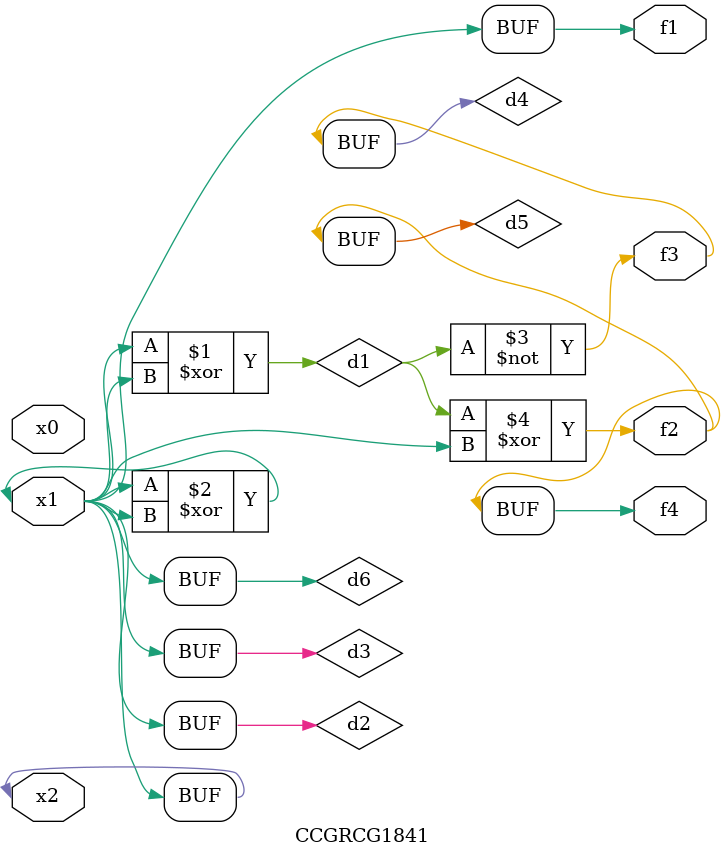
<source format=v>
module CCGRCG1841(
	input x0, x1, x2,
	output f1, f2, f3, f4
);

	wire d1, d2, d3, d4, d5, d6;

	xor (d1, x1, x2);
	buf (d2, x1, x2);
	xor (d3, x1, x2);
	nor (d4, d1);
	xor (d5, d1, d2);
	buf (d6, d2, d3);
	assign f1 = d6;
	assign f2 = d5;
	assign f3 = d4;
	assign f4 = d5;
endmodule

</source>
